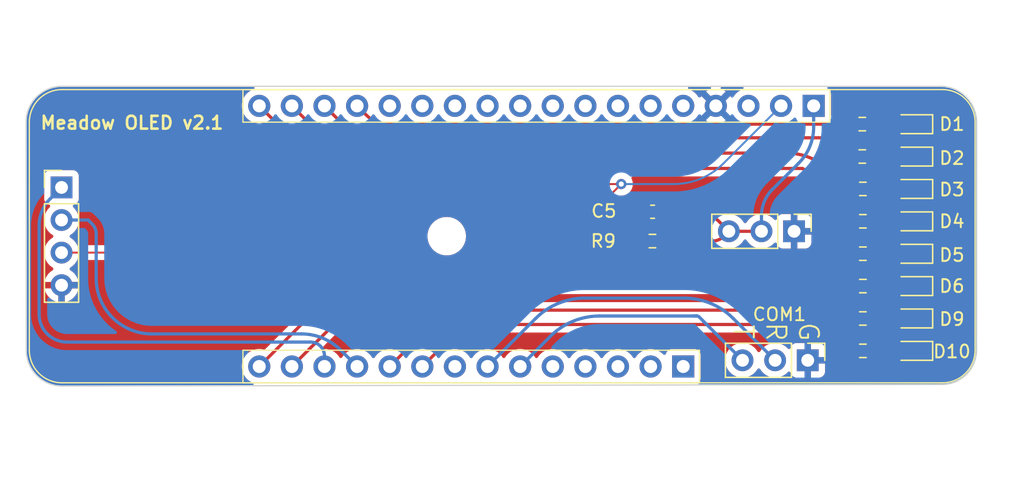
<source format=kicad_pcb>
(kicad_pcb (version 20221018) (generator pcbnew)
  (layers (0 "F.Cu" signal) (31 "B.Cu" signal) (34 "B.Paste" user) (35 "F.Paste" user) (36 "B.SilkS" user "B.Silkscreen") (37 "F.SilkS" user "F.Silkscreen") (38 "B.Mask" user) (39 "F.Mask" user) (44 "Edge.Cuts" user))
  (net 0 "")
  (net 1 "/D05")
  (net 2 "GND")
  (net 3 "/D06")
  (net 4 "/~Reset")
  (net 5 "Net-(D1-A)")
  (net 6 "Net-(D2-A)")
  (net 7 "Net-(D3-A)")
  (net 8 "Net-(D4-A)")
  (net 9 "/I2C_SDA")
  (net 10 "/I2C_SCK")
  (net 11 "/+3V3")
  (net 12 "/Rx")
  (net 13 "/Tx")
  (net 14 "/D01")
  (net 15 "/D02")
  (net 16 "/D03")
  (net 17 "/D04")
  (net 29 "/D09")
  (net 30 "/D10")
  (net 31 "/D11")
  (net 36 "Net-(D5-A)")
  (net 37 "Net-(D6-A)")
  (net 38 "Net-(D9-A)")
  (net 39 "Net-(D10-A)")
  (footprint "Connector_PinHeader_2.54mm:PinHeader_1x03_P2.54mm_Vertical" (layer "F.Cu") (at 104.775 77.47 -90)
    (fp_text reference "ResetSwitch1" hide)
    (fp_text value "SW_Push" hide)
    (fp_line (start -1.33 -1.33) (end 0 -1.33) (stroke (width 0.12)) (layer "F.SilkS"))
    (fp_line (start -1.33 0) (end -1.33 -1.33) (stroke (width 0.12)) (layer "F.SilkS"))
    (fp_line (start -1.33 1.27) (end -1.33 6.41) (stroke (width 0.12)) (layer "F.SilkS"))
    (fp_line (start -1.33 1.27) (end 1.33 1.27) (stroke (width 0.12)) (layer "F.SilkS"))
    (fp_line (start -1.33 6.41) (end 1.33 6.41) (stroke (width 0.12)) (layer "F.SilkS"))
    (fp_line (start 1.33 1.27) (end 1.33 6.41) (stroke (width 0.12)) (layer "F.SilkS"))
    (pad "1" thru_hole rect (at 0 0 270) (size 1.7 1.7) (drill 1) (layers "*.Cu" "*.Mask") (net 2 "GND"))
    (pad "2" thru_hole oval (at 0 2.54 270) (size 1.7 1.7) (drill 1) (layers "*.Cu" "*.Mask") (net 4 "/~Reset"))
    (pad "3" thru_hole oval (at 0 5.08 270) (size 1.7 1.7) (drill 1) (layers "*.Cu" "*.Mask") (net 4 "/~Reset"))
  )
  (footprint "LED_SMD:LED_0603_1608Metric_Pad1.05x0.95mm_HandSolder" (layer "F.Cu") (at 113.9076 81.743 180)
    (fp_text reference "D6" (at -3.160999 0) (layer "F.SilkS"))
    (fp_text value "LED" hide)
    (fp_line (start -1.66 -0.735) (end -1.66 0.735) (stroke (width 0.12)) (layer "F.SilkS"))
    (fp_line (start -1.66 0.735) (end 0.8 0.735) (stroke (width 0.12)) (layer "F.SilkS"))
    (fp_line (start 0.8 -0.735) (end -1.66 -0.735) (stroke (width 0.12)) (layer "F.SilkS"))
    (pad "1" smd roundrect (at -0.875 0 180) (size 1.05 0.95) (layers "F.Cu" "F.Paste" "F.Mask") (net 2 "GND"))
    (pad "2" smd roundrect (at 0.875 0 180) (size 1.05 0.95) (layers "F.Cu" "F.Paste" "F.Mask") (net 37 "Net-(D6-A)"))
  )
  (footprint "Resistor_SMD:R_0603_1608Metric_Pad0.98x0.95mm_HandSolder" (layer "F.Cu") (at 110.1325 74.16437)
    (fp_text reference "R3" hide)
    (fp_text value "R" hide)
    (fp_line (start -0.254724 -0.5225) (end 0.254724 -0.5225) (stroke (width 0.12)) (layer "F.SilkS"))
    (fp_line (start -0.254724 0.5225) (end 0.254724 0.5225) (stroke (width 0.12)) (layer "F.SilkS"))
    (pad "1" smd roundrect (at -0.9125 0) (size 0.975 0.95) (layers "F.Cu" "F.Paste" "F.Mask") (net 16 "/D03"))
    (pad "2" smd roundrect (at 0.9125 0) (size 0.975 0.95) (layers "F.Cu" "F.Paste" "F.Mask") (net 7 "Net-(D3-A)"))
  )
  (footprint "Resistor_SMD:R_0603_1608Metric_Pad0.98x0.95mm_HandSolder" (layer "F.Cu") (at 110.1325 79.21534)
    (fp_text reference "R5" hide)
    (fp_text value "R" hide)
    (fp_line (start -0.254724 -0.5225) (end 0.254724 -0.5225) (stroke (width 0.12)) (layer "F.SilkS"))
    (fp_line (start -0.254724 0.5225) (end 0.254724 0.5225) (stroke (width 0.12)) (layer "F.SilkS"))
    (pad "1" smd roundrect (at -0.9125 0) (size 0.975 0.95) (layers "F.Cu" "F.Paste" "F.Mask") (net 1 "/D05"))
    (pad "2" smd roundrect (at 0.9125 0) (size 0.975 0.95) (layers "F.Cu" "F.Paste" "F.Mask") (net 36 "Net-(D5-A)"))
  )
  (footprint "LED_SMD:LED_0603_1608Metric_Pad1.05x0.95mm_HandSolder" (layer "F.Cu") (at 113.9076 69.121 180)
    (fp_text reference "D1" (at -3.160999 0.0076) (layer "F.SilkS"))
    (fp_text value "LED" hide)
    (fp_line (start -1.66 -0.735) (end -1.66 0.735) (stroke (width 0.12)) (layer "F.SilkS"))
    (fp_line (start -1.66 0.735) (end 0.8 0.735) (stroke (width 0.12)) (layer "F.SilkS"))
    (fp_line (start 0.8 -0.735) (end -1.66 -0.735) (stroke (width 0.12)) (layer "F.SilkS"))
    (pad "1" smd roundrect (at -0.875 0 180) (size 1.05 0.95) (layers "F.Cu" "F.Paste" "F.Mask") (net 2 "GND"))
    (pad "2" smd roundrect (at 0.875 0 180) (size 1.05 0.95) (layers "F.Cu" "F.Paste" "F.Mask") (net 5 "Net-(D1-A)"))
  )
  (footprint "MCU_WildernessLabs:MeadowF7MicroFeatherOutline" (layer "F.Cu") (at 106.299 67.691 -90)
    (fp_text reference "J1" hide)
    (fp_text value "Meadow_F7_Feather" hide)
    (fp_line (start -1.27 -10.033) (end -1.27 58.547) (stroke (width 0.1016)) (layer "F.SilkS"))
    (fp_line (start -1.27 -1.27) (end -1.27 44.45) (stroke (width 0.1016)) (layer "F.SilkS"))
    (fp_line (start -1.27 44.45) (end 1.27 44.45) (stroke (width 0.1016)) (layer "F.SilkS"))
    (fp_line (start 1.27 -1.27) (end -1.27 -1.27) (stroke (width 0.1016)) (layer "F.SilkS"))
    (fp_line (start 1.27 44.45) (end 1.27 -1.27) (stroke (width 0.1016)) (layer "F.SilkS"))
    (fp_line (start 1.27 61.087) (end 19.05 61.087) (stroke (width 0.1016)) (layer "F.SilkS"))
    (fp_line (start 19.05 -12.573) (end 1.27 -12.573) (stroke (width 0.1016)) (layer "F.SilkS"))
    (fp_line (start 19.05 8.89) (end 19.05 44.45) (stroke (width 0.1016)) (layer "F.SilkS"))
    (fp_line (start 19.05 44.45) (end 21.59 44.45) (stroke (width 0.1016)) (layer "F.SilkS"))
    (fp_line (start 21.59 8.89) (end 19.05 8.89) (stroke (width 0.1016)) (layer "F.SilkS"))
    (fp_line (start 21.59 44.45) (end 21.59 8.89) (stroke (width 0.1016)) (layer "F.SilkS"))
    (fp_line (start 21.59 58.547) (end 21.59 -10.033) (stroke (width 0.1016)) (layer "F.SilkS"))
    (fp_arc (start -1.27 -10.033) (mid -0.526051 -11.829051) (end 1.27 -12.573) (stroke (width 0.1016)) (layer "F.SilkS"))
    (fp_arc (start 1.27 61.087) (mid -0.526051 60.343051) (end -1.27 58.547) (stroke (width 0.1016)) (layer "F.SilkS"))
    (fp_arc (start 19.05 -12.573) (mid 20.846051 -11.829051) (end 21.59 -10.033) (stroke (width 0.1016)) (layer "F.SilkS"))
    (fp_arc (start 21.59 58.547) (mid 20.846051 60.343051) (end 19.05 61.087) (stroke (width 0.1016)) (layer "F.SilkS"))
    (pad "1" thru_hole rect (at 0 0 270) (size 1.7272 1.7272) (drill 1.016) (layers "*.Cu" "*.Mask") (net 4 "/~Reset"))
    (pad "2" thru_hole circle (at 0 2.54 270) (size 1.7272 1.7272) (drill 1.016) (layers "*.Cu" "*.Mask") (net 11 "/+3V3"))
    (pad "3" thru_hole circle (at 0 5.08 270) (size 1.7272 1.7272) (drill 1.016) (layers "*.Cu" "*.Mask"))
    (pad "4" thru_hole circle (at 0 7.62 270) (size 1.7272 1.7272) (drill 1.016) (layers "*.Cu" "*.Mask") (net 2 "GND"))
    (pad "5" thru_hole circle (at 0 10.16 270) (size 1.7272 1.7272) (drill 1.016) (layers "*.Cu" "*.Mask"))
    (pad "6" thru_hole circle (at 0 12.7 270) (size 1.7272 1.7272) (drill 1.016) (layers "*.Cu" "*.Mask"))
    (pad "7" thru_hole circle (at 0 15.24) (size 1.7272 1.7272) (drill 1.016) (layers "*.Cu" "*.Mask"))
    (pad "8" thru_hole circle (at 0 17.78) (size 1.7272 1.7272) (drill 1.016) (layers "*.Cu" "*.Mask"))
    (pad "9" thru_hole circle (at 0 20.32 270) (size 1.7272 1.7272) (drill 1.016) (layers "*.Cu" "*.Mask"))
    (pad "10" thru_hole circle (at 0 22.86 270) (size 1.7272 1.7272) (drill 1.016) (layers "*.Cu" "*.Mask"))
    (pad "11" thru_hole circle (at 0 25.4 270) (size 1.7272 1.7272) (drill 1.016) (layers "*.Cu" "*.Mask"))
    (pad "12" thru_hole circle (at 0 27.94 270) (size 1.7272 1.7272) (drill 1.016) (layers "*.Cu" "*.Mask"))
    (pad "13" thru_hole circle (at 0 30.48 270) (size 1.7272 1.7272) (drill 1.016) (layers "*.Cu" "*.Mask"))
    (pad "14" thru_hole circle (at 0 33.02 270) (size 1.7272 1.7272) (drill 1.016) (layers "*.Cu" "*.Mask"))
    (pad "15" thru_hole circle (at 0 35.56 270) (size 1.7272 1.7272) (drill 1.016) (layers "*.Cu" "*.Mask") (net 14 "/D01"))
    (pad "16" thru_hole circle (at 0 38.1 270) (size 1.7272 1.7272) (drill 1.016) (layers "*.Cu" "*.Mask") (net 15 "/D02"))
    (pad "17" thru_hole circle (at 0 40.64 270) (size 1.7272 1.7272) (drill 1.016) (layers "*.Cu" "*.Mask") (net 16 "/D03"))
    (pad "18" thru_hole circle (at 0 43.18 270) (size 1.7272 1.7272) (drill 1.016) (layers "*.Cu" "*.Mask") (net 17 "/D04"))
    (pad "19" thru_hole circle (at 20.32 43.18 270) (size 1.7272 1.7272) (drill 1.016) (layers "*.Cu" "*.Mask") (net 1 "/D05"))
    (pad "20" thru_hole circle (at 20.32 40.64 270) (size 1.7272 1.7272) (drill 1.016) (layers "*.Cu" "*.Mask") (net 3 "/D06"))
    (pad "21" thru_hole circle (at 20.32 38.1 270) (size 1.7272 1.7272) (drill 1.016) (layers "*.Cu" "*.Mask") (net 9 "/I2C_SDA"))
    (pad "22" thru_hole circle (at 20.32 35.56 270) (size 1.7272 1.7272) (drill 1.016) (layers "*.Cu" "*.Mask") (net 10 "/I2C_SCK"))
    (pad "23" thru_hole circle (at 20.32 33.02 270) (size 1.7272 1.7272) (drill 1.016) (layers "*.Cu" "*.Mask") (net 29 "/D09"))
    (pad "24" thru_hole circle (at 20.32 30.48 270) (size 1.7272 1.7272) (drill 1.016) (layers "*.Cu" "*.Mask") (net 30 "/D10"))
    (pad "25" thru_hole circle (at 20.32 27.94) (size 1.7272 1.7272) (drill 1.016) (layers "*.Cu" "*.Mask") (net 31 "/D11"))
    (pad "26" thru_hole circle (at 20.32 25.4) (size 1.7272 1.7272) (drill 1.016) (layers "*.Cu" "*.Mask") (net 13 "/Tx"))
    (pad "27" thru_hole circle (at 20.32 22.86 270) (size 1.7272 1.7272) (drill 1.016) (layers "*.Cu" "*.Mask") (net 12 "/Rx"))
    (pad "28" thru_hole circle (at 20.32 20.32 270) (size 1.7272 1.7272) (drill 1.016) (layers "*.Cu" "*.Mask"))
    (pad "29" thru_hole circle (at 20.32 17.78 270) (size 1.7272 1.7272) (drill 1.016) (layers "*.Cu" "*.Mask"))
    (pad "30" thru_hole circle (at 20.32 15.24 270) (size 1.7272 1.7272) (drill 1.016) (layers "*.Cu" "*.Mask"))
    (pad "31" thru_hole circle (at 20.32 12.7 270) (size 1.7272 1.7272) (drill 1.016) (layers "*.Cu" "*.Mask"))
    (pad "32" thru_hole rect (at 20.32 10.16 270) (size 1.7272 1.7272) (drill 1.016) (layers "*.Cu" "*.Mask"))
  )
  (footprint "Resistor_SMD:R_0603_1608Metric_Pad0.98x0.95mm_HandSolder" (layer "F.Cu") (at 110.0855 71.638885)
    (fp_text reference "R2" hide)
    (fp_text value "R" hide)
    (fp_line (start -0.254724 -0.5225) (end 0.254724 -0.5225) (stroke (width 0.12)) (layer "F.SilkS"))
    (fp_line (start -0.254724 0.5225) (end 0.254724 0.5225) (stroke (width 0.12)) (layer "F.SilkS"))
    (pad "1" smd roundrect (at -0.9125 0) (size 0.975 0.95) (layers "F.Cu" "F.Paste" "F.Mask") (net 15 "/D02"))
    (pad "2" smd roundrect (at 0.9125 0) (size 0.975 0.95) (layers "F.Cu" "F.Paste" "F.Mask") (net 6 "Net-(D2-A)"))
  )
  (footprint "Resistor_SMD:R_0603_1608Metric_Pad0.98x0.95mm_HandSolder" (layer "F.Cu") (at 110.0855 69.1134)
    (fp_text reference "R1" hide)
    (fp_text value "R" hide)
    (fp_line (start -0.254724 -0.5225) (end 0.254724 -0.5225) (stroke (width 0.12)) (layer "F.SilkS"))
    (fp_line (start -0.254724 0.5225) (end 0.254724 0.5225) (stroke (width 0.12)) (layer "F.SilkS"))
    (pad "1" smd roundrect (at -0.9125 0) (size 0.975 0.95) (layers "F.Cu" "F.Paste" "F.Mask") (net 14 "/D01"))
    (pad "2" smd roundrect (at 0.9125 0) (size 0.975 0.95) (layers "F.Cu" "F.Paste" "F.Mask") (net 5 "Net-(D1-A)"))
  )
  (footprint "Connector_PinHeader_2.54mm:PinHeader_1x04_P2.54mm_Vertical" (layer "F.Cu") (at 47.719 74.051)
    (fp_text reference "J2" hide)
    (fp_text value "Conn_01x04" hide)
    (fp_line (start -1.33 -1.33) (end 0 -1.33) (stroke (width 0.12)) (layer "F.SilkS"))
    (fp_line (start -1.33 0) (end -1.33 -1.33) (stroke (width 0.12)) (layer "F.SilkS"))
    (fp_line (start -1.33 1.27) (end -1.33 8.95) (stroke (width 0.12)) (layer "F.SilkS"))
    (fp_line (start -1.33 1.27) (end 1.33 1.27) (stroke (width 0.12)) (layer "F.SilkS"))
    (fp_line (start -1.33 8.95) (end 1.33 8.95) (stroke (width 0.12)) (layer "F.SilkS"))
    (fp_line (start 1.33 1.27) (end 1.33 8.95) (stroke (width 0.12)) (layer "F.SilkS"))
    (pad "1" thru_hole rect (at 0 0) (size 1.7 1.7) (drill 1) (layers "*.Cu" "*.Mask") (net 9 "/I2C_SDA"))
    (pad "2" thru_hole oval (at 0 2.54) (size 1.7 1.7) (drill 1) (layers "*.Cu" "*.Mask") (net 10 "/I2C_SCK"))
    (pad "3" thru_hole oval (at 0 5.08) (size 1.7 1.7) (drill 1) (layers "*.Cu" "*.Mask") (net 11 "/+3V3"))
    (pad "4" thru_hole oval (at 0 7.62) (size 1.7 1.7) (drill 1) (layers "*.Cu" "*.Mask") (net 2 "GND"))
  )
  (footprint "Resistor_SMD:R_0603_1608Metric_Pad0.98x0.95mm_HandSolder" (layer "F.Cu") (at 110.1325 76.689855)
    (fp_text reference "R4" hide)
    (fp_text value "R" hide)
    (fp_line (start -0.254724 -0.5225) (end 0.254724 -0.5225) (stroke (width 0.12)) (layer "F.SilkS"))
    (fp_line (start -0.254724 0.5225) (end 0.254724 0.5225) (stroke (width 0.12)) (layer "F.SilkS"))
    (pad "1" smd roundrect (at -0.9125 0) (size 0.975 0.95) (layers "F.Cu" "F.Paste" "F.Mask") (net 17 "/D04"))
    (pad "2" smd roundrect (at 0.9125 0) (size 0.975 0.95) (layers "F.Cu" "F.Paste" "F.Mask") (net 8 "Net-(D4-A)"))
  )
  (footprint "Resistor_SMD:R_0603_1608Metric_Pad0.98x0.95mm_HandSolder" (layer "F.Cu") (at 110.1325 81.740825)
    (fp_text reference "R7" hide)
    (fp_text value "R" hide)
    (fp_line (start -0.254724 -0.5225) (end 0.254724 -0.5225) (stroke (width 0.12)) (layer "F.SilkS"))
    (fp_line (start -0.254724 0.5225) (end 0.254724 0.5225) (stroke (width 0.12)) (layer "F.SilkS"))
    (pad "1" smd roundrect (at -0.9125 0) (size 0.975 0.95) (layers "F.Cu" "F.Paste" "F.Mask") (net 3 "/D06"))
    (pad "2" smd roundrect (at 0.9125 0) (size 0.975 0.95) (layers "F.Cu" "F.Paste" "F.Mask") (net 37 "Net-(D6-A)"))
  )
  (footprint "MountingHole:MountingHole_2.5mm" (layer "F.Cu") (at 77.719 77.851 -90)
    (fp_text reference "H5" hide)
    (fp_text value "MountingHole" hide)
    (pad "" np_thru_hole circle (at 0 0 270) (size 2.5 2.5) (drill 2.5) (layers "*.Cu" "*.Mask"))
  )
  (footprint "Resistor_SMD:R_0603_1608Metric_Pad0.98x0.95mm_HandSolder" (layer "F.Cu") (at 110.1325 86.7918)
    (fp_text reference "R10" hide)
    (fp_text value "R" hide)
    (fp_line (start -0.254724 -0.5225) (end 0.254724 -0.5225) (stroke (width 0.12)) (layer "F.SilkS"))
    (fp_line (start -0.254724 0.5225) (end 0.254724 0.5225) (stroke (width 0.12)) (layer "F.SilkS"))
    (pad "1" smd roundrect (at -0.9125 0) (size 0.975 0.95) (layers "F.Cu" "F.Paste" "F.Mask") (net 30 "/D10"))
    (pad "2" smd roundrect (at 0.9125 0) (size 0.975 0.95) (layers "F.Cu" "F.Paste" "F.Mask") (net 39 "Net-(D10-A)"))
  )
  (footprint "LED_SMD:LED_0603_1608Metric_Pad1.05x0.95mm_HandSolder" (layer "F.Cu") (at 113.9076 76.6942 180)
    (fp_text reference "D4" (at -3.160999 0) (layer "F.SilkS"))
    (fp_text value "LED" hide)
    (fp_line (start -1.66 -0.735) (end -1.66 0.735) (stroke (width 0.12)) (layer "F.SilkS"))
    (fp_line (start -1.66 0.735) (end 0.8 0.735) (stroke (width 0.12)) (layer "F.SilkS"))
    (fp_line (start 0.8 -0.735) (end -1.66 -0.735) (stroke (width 0.12)) (layer "F.SilkS"))
    (pad "1" smd roundrect (at -0.875 0 180) (size 1.05 0.95) (layers "F.Cu" "F.Paste" "F.Mask") (net 2 "GND"))
    (pad "2" smd roundrect (at 0.875 0 180) (size 1.05 0.95) (layers "F.Cu" "F.Paste" "F.Mask") (net 8 "Net-(D4-A)"))
  )
  (footprint "Capacitor_SMD:C_0603_1608Metric_Pad1.08x0.95mm_HandSolder" (layer "F.Cu") (at 93.7525 75.946 180)
    (fp_text reference "C5" (at 3.794 0.0508) (layer "F.SilkS"))
    (fp_text value "C" hide)
    (fp_line (start -0.146267 -0.51) (end 0.146267 -0.51) (stroke (width 0.12)) (layer "F.SilkS"))
    (fp_line (start -0.146267 0.51) (end 0.146267 0.51) (stroke (width 0.12)) (layer "F.SilkS"))
    (pad "1" smd roundrect (at -0.8625 0 180) (size 1.075 0.95) (layers "F.Cu" "F.Paste" "F.Mask") (net 4 "/~Reset"))
    (pad "2" smd roundrect (at 0.8625 0 180) (size 1.075 0.95) (layers "F.Cu" "F.Paste" "F.Mask") (net 2 "GND"))
  )
  (footprint "LED_SMD:LED_0603_1608Metric_Pad1.05x0.95mm_HandSolder" (layer "F.Cu") (at 113.9076 74.1698 180)
    (fp_text reference "D3" (at -3.160999 -0.0508) (layer "F.SilkS"))
    (fp_text value "LED" hide)
    (fp_line (start -1.66 -0.735) (end -1.66 0.735) (stroke (width 0.12)) (layer "F.SilkS"))
    (fp_line (start -1.66 0.735) (end 0.8 0.735) (stroke (width 0.12)) (layer "F.SilkS"))
    (fp_line (start 0.8 -0.735) (end -1.66 -0.735) (stroke (width 0.12)) (layer "F.SilkS"))
    (pad "1" smd roundrect (at -0.875 0 180) (size 1.05 0.95) (layers "F.Cu" "F.Paste" "F.Mask") (net 2 "GND"))
    (pad "2" smd roundrect (at 0.875 0 180) (size 1.05 0.95) (layers "F.Cu" "F.Paste" "F.Mask") (net 7 "Net-(D3-A)"))
  )
  (footprint "Resistor_SMD:R_0603_1608Metric_Pad0.98x0.95mm_HandSolder" (layer "F.Cu") (at 93.742 78.232)
    (fp_text reference "R9" (at -3.826 0) (layer "F.SilkS"))
    (fp_text value "R")
    (fp_line (start -0.254724 -0.5225) (end 0.254724 -0.5225) (stroke (width 0.12)) (layer "F.SilkS"))
    (fp_line (start -0.254724 0.5225) (end 0.254724 0.5225) (stroke (width 0.12)) (layer "F.SilkS"))
    (pad "1" smd roundrect (at -0.9125 0) (size 0.975 0.95) (layers "F.Cu" "F.Paste" "F.Mask") (net 11 "/+3V3"))
    (pad "2" smd roundrect (at 0.9125 0) (size 0.975 0.95) (layers "F.Cu" "F.Paste" "F.Mask") (net 4 "/~Reset"))
  )
  (footprint "LED_SMD:LED_0603_1608Metric_Pad1.05x0.95mm_HandSolder" (layer "F.Cu") (at 113.9076 86.7918 180)
    (fp_text reference "D10" (at -3.161 -0.0508) (layer "F.SilkS"))
    (fp_text value "LED" hide)
    (fp_line (start -1.66 -0.735) (end -1.66 0.735) (stroke (width 0.12)) (layer "F.SilkS"))
    (fp_line (start -1.66 0.735) (end 0.8 0.735) (stroke (width 0.12)) (layer "F.SilkS"))
    (fp_line (start 0.8 -0.735) (end -1.66 -0.735) (stroke (width 0.12)) (layer "F.SilkS"))
    (pad "1" smd roundrect (at -0.875 0 180) (size 1.05 0.95) (layers "F.Cu" "F.Paste" "F.Mask") (net 2 "GND"))
    (pad "2" smd roundrect (at 0.875 0 180) (size 1.05 0.95) (layers "F.Cu" "F.Paste" "F.Mask") (net 39 "Net-(D10-A)"))
  )
  (footprint "Connector_PinHeader_2.54mm:PinHeader_1x03_P2.54mm_Vertical" (layer "F.Cu") (at 105.83825 87.5284 -90)
    (fp_text reference "COM1" (at -3.5814 2.20625 -180) (layer "F.SilkS"))
    (fp_text value "Conn_01x03" hide)
    (fp_line (start -1.33 -1.33) (end 0 -1.33) (stroke (width 0.12)) (layer "F.SilkS"))
    (fp_line (start -1.33 0) (end -1.33 -1.33) (stroke (width 0.12)) (layer "F.SilkS"))
    (fp_line (start -1.33 1.27) (end -1.33 6.41) (stroke (width 0.12)) (layer "F.SilkS"))
    (fp_line (start -1.33 1.27) (end 1.33 1.27) (stroke (width 0.12)) (layer "F.SilkS"))
    (fp_line (start -1.33 6.41) (end 1.33 6.41) (stroke (width 0.12)) (layer "F.SilkS"))
    (fp_line (start 1.33 1.27) (end 1.33 6.41) (stroke (width 0.12)) (layer "F.SilkS"))
    (pad "1" thru_hole rect (at 0 0 270) (size 1.7 1.7) (drill 1) (layers "*.Cu" "*.Mask") (net 2 "GND"))
    (pad "2" thru_hole oval (at 0 2.54 270) (size 1.7 1.7) (drill 1) (layers "*.Cu" "*.Mask") (net 13 "/Tx"))
    (pad "3" thru_hole oval (at 0 5.08 270) (size 1.7 1.7) (drill 1) (layers "*.Cu" "*.Mask") (net 12 "/Rx"))
  )
  (footprint "Resistor_SMD:R_0603_1608Metric_Pad0.98x0.95mm_HandSolder" (layer "F.Cu") (at 110.1325 84.26631)
    (fp_text reference "R8" hide)
    (fp_text value "R" hide)
    (fp_line (start -0.254724 -0.5225) (end 0.254724 -0.5225) (stroke (width 0.12)) (layer "F.SilkS"))
    (fp_line (start -0.254724 0.5225) (end 0.254724 0.5225) (stroke (width 0.12)) (layer "F.SilkS"))
    (pad "1" smd roundrect (at -0.9125 0) (size 0.975 0.95) (layers "F.Cu" "F.Paste" "F.Mask") (net 29 "/D09"))
    (pad "2" smd roundrect (at 0.9125 0) (size 0.975 0.95) (layers "F.Cu" "F.Paste" "F.Mask") (net 38 "Net-(D9-A)"))
  )
  (footprint "LED_SMD:LED_0603_1608Metric_Pad1.05x0.95mm_HandSolder" (layer "F.Cu") (at 113.9076 84.2674 180)
    (fp_text reference "D9" (at -3.160999 -0.0508) (layer "F.SilkS"))
    (fp_text value "LED" hide)
    (fp_line (start -1.66 -0.735) (end -1.66 0.735) (stroke (width 0.12)) (layer "F.SilkS"))
    (fp_line (start -1.66 0.735) (end 0.8 0.735) (stroke (width 0.12)) (layer "F.SilkS"))
    (fp_line (start 0.8 -0.735) (end -1.66 -0.735) (stroke (width 0.12)) (layer "F.SilkS"))
    (pad "1" smd roundrect (at -0.875 0 180) (size 1.05 0.95) (layers "F.Cu" "F.Paste" "F.Mask") (net 2 "GND"))
    (pad "2" smd roundrect (at 0.875 0 180) (size 1.05 0.95) (layers "F.Cu" "F.Paste" "F.Mask") (net 38 "Net-(D9-A)"))
  )
  (footprint "LED_SMD:LED_0603_1608Metric_Pad1.05x0.95mm_HandSolder" (layer "F.Cu") (at 113.9076 71.6454 180)
    (fp_text reference "D2" (at -3.160999 -0.1194) (layer "F.SilkS"))
    (fp_text value "LED" hide)
    (fp_line (start -1.66 -0.735) (end -1.66 0.735) (stroke (width 0.12)) (layer "F.SilkS"))
    (fp_line (start -1.66 0.735) (end 0.8 0.735) (stroke (width 0.12)) (layer "F.SilkS"))
    (fp_line (start 0.8 -0.735) (end -1.66 -0.735) (stroke (width 0.12)) (layer "F.SilkS"))
    (pad "1" smd roundrect (at -0.875 0 180) (size 1.05 0.95) (layers "F.Cu" "F.Paste" "F.Mask") (net 2 "GND"))
    (pad "2" smd roundrect (at 0.875 0 180) (size 1.05 0.95) (layers "F.Cu" "F.Paste" "F.Mask") (net 6 "Net-(D2-A)"))
  )
  (footprint "LED_SMD:LED_0603_1608Metric_Pad1.05x0.95mm_HandSolder" (layer "F.Cu") (at 113.9076 79.2226 180)
    (fp_text reference "D5" (at -3.160999 -0.1016) (layer "F.SilkS"))
    (fp_text value "LED" hide)
    (fp_line (start -1.66 -0.735) (end -1.66 0.735) (stroke (width 0.12)) (layer "F.SilkS"))
    (fp_line (start -1.66 0.735) (end 0.8 0.735) (stroke (width 0.12)) (layer "F.SilkS"))
    (fp_line (start 0.8 -0.735) (end -1.66 -0.735) (stroke (width 0.12)) (layer "F.SilkS"))
    (pad "1" smd roundrect (at -0.875 0 180) (size 1.05 0.95) (layers "F.Cu" "F.Paste" "F.Mask") (net 2 "GND"))
    (pad "2" smd roundrect (at 0.875 0 180) (size 1.05 0.95) (layers "F.Cu" "F.Paste" "F.Mask") (net 36 "Net-(D5-A)"))
  )
  (gr_arc (start 44.955116 68.961) (mid 45.774304 66.983304) (end 47.752 66.164116) (stroke (width 0.1)) (layer "Edge.Cuts"))
  (gr_line (start 118.99779 68.979051) (end 118.985896 86.741) (stroke (width 0.1)) (layer "Edge.Cuts"))
  (gr_line (start 116.186949 66.16821) (end 47.752 66.164116) (stroke (width 0.1)) (layer "Edge.Cuts"))
  (gr_arc (start 118.985896 86.741) (mid 118.203305 88.630368) (end 116.313951 89.412996) (stroke (width 0.1)) (layer "Edge.Cuts"))
  (gr_line (start 47.770051 89.539522) (end 116.313951 89.412996) (stroke (width 0.1)) (layer "Edge.Cuts"))
  (gr_arc (start 47.770051 89.539522) (mid 45.791196 88.719854) (end 44.971528 86.741) (stroke (width 0.1)) (layer "Edge.Cuts"))
  (gr_arc (start 116.186949 66.16821) (mid 118.174514 66.991486) (end 118.99779 68.979051) (stroke (width 0.1)) (layer "Edge.Cuts"))
  (gr_line (start 44.955116 68.961) (end 44.971528 86.741) (stroke (width 0.1)) (layer "Edge.Cuts"))
  (gr_text "G" (at 105.029 84.455 270) (layer "F.SilkS") (effects (font (size 1.5 1.5)) (justify left bottom)))
  (gr_text "T" (at 99.949 84.633572 270) (layer "F.SilkS") (effects (font (size 1.5 1.5)) (justify left bottom)))
  (gr_text "Meadow OLED v2.1" (at 45.974 69.596) (layer "F.SilkS") (effects (font (size 1 1) (thickness 0.2) bold) (justify left bottom)))
  (gr_text "R" (at 102.489 84.455 270) (layer "F.SilkS") (effects (font (size 1.5 1.5)) (justify left bottom)))
  (segment (start 68.789607 82.340392) (end 63.119 88.011) (width 0.25) (layer "F.Cu") (net 1))
  (segment (start 106.605975 80.7466) (end 72.637363 80.7466) (width 0.25) (layer "F.Cu") (net 1))
  (segment (start 108.45437 79.98097) (end 109.22 79.21534) (width 0.25) (layer "F.Cu") (net 1))
  (arc (start 68.789607 82.340392) (mid 70.554972 81.160813) (end 72.637363 80.7466) (width 0.25) (layer "F.Cu") (net 1))
  (arc (start 108.45437 79.98097) (mid 107.606319 80.547619) (end 106.605975 80.7466) (width 0.25) (layer "F.Cu") (net 1))
  (segment (start 74.16801 81.740835) (end 74.168 81.740846) (width 0.25) (layer "F.Cu") (net 3))
  (segment (start 70.335382 83.334617) (end 65.659 88.011) (width 0.25) (layer "F.Cu") (net 3))
  (segment (start 74.168035 81.740825) (end 109.22 81.740825) (width 0.25) (layer "F.Cu") (net 3))
  (arc (start 74.168035 81.740825) (mid 74.168021 81.740827) (end 74.16801 81.740835) (width 0.25) (layer "F.Cu") (net 3))
  (arc (start 70.335382 83.334617) (mid 72.100747 82.155038) (end 74.183138 81.740825) (width 0.25) (layer "F.Cu") (net 3))
  (segment (start 97.093369 75.946) (end 94.615 75.946) (width 0.25) (layer "F.Cu") (net 4))
  (segment (start 99.314 77.089) (end 98.933 76.708) (width 0.25) (layer "F.Cu") (net 4))
  (segment (start 100.233815 77.47) (end 102.235 77.47) (width 0.25) (layer "F.Cu") (net 4))
  (segment (start 98.394184 78.232) (end 94.742 78.232) (width 0.25) (layer "F.Cu") (net 4))
  (arc (start 99.314 77.851) (mid 98.891984 78.132981) (end 98.394184 78.232) (width 0.25) (layer "F.Cu") (net 4))
  (arc (start 97.093369 75.946) (mid 98.08897 76.144037) (end 98.933 76.708) (width 0.25) (layer "F.Cu") (net 4))
  (arc (start 99.314 77.089) (mid 99.736014 77.370981) (end 100.233815 77.47) (width 0.25) (layer "F.Cu") (net 4))
  (arc (start 99.314 77.089) (mid 99.471815 77.47) (end 99.314 77.851) (width 0.25) (layer "F.Cu") (net 4))
  (arc (start 99.314 77.851) (mid 99.736014 77.569018) (end 100.233815 77.47) (width 0.25) (layer "F.Cu") (net 4))
  (segment (start 102.235 76.2635) (end 102.235 77.47) (width 0.25) (layer "B.Cu") (net 4))
  (segment (start 105.131566 72.160433) (end 103.088124 74.203875) (width 0.25) (layer "B.Cu") (net 4))
  (segment (start 106.299 69.342) (end 106.299 67.691) (width 0.25) (layer "B.Cu") (net 4))
  (arc (start 105.131566 72.160433) (mid 105.995593 70.867325) (end 106.299 69.342) (width 0.25) (layer "B.Cu") (net 4))
  (arc (start 102.235 76.2635) (mid 102.456719 75.148839) (end 103.088124 74.203875) (width 0.25) (layer "B.Cu") (net 4))
  (segment (start 110.9006 69.1172) (end 110.8968 69.1134) (width 0.25) (layer "F.Cu") (net 5))
  (segment (start 110.909774 69.121) (end 113.0326 69.121) (width 0.25) (layer "F.Cu") (net 5))
  (arc (start 110.9006 69.1172) (mid 110.904809 69.120012) (end 110.909774 69.121) (width 0.25) (layer "F.Cu") (net 5))
  (segment (start 110.907921 71.6454) (end 113.0326 71.6454) (width 0.25) (layer "F.Cu") (net 6))
  (segment (start 110.900057 71.642142) (end 110.8968 71.638885) (width 0.25) (layer "F.Cu") (net 6))
  (arc (start 110.907921 71.6454) (mid 110.903665 71.644553) (end 110.900057 71.642142) (width 0.25) (layer "F.Cu") (net 6))
  (segment (start 110.906069 74.1698) (end 113.0326 74.1698) (width 0.25) (layer "F.Cu") (net 7))
  (segment (start 110.899515 74.167085) (end 110.8968 74.16437) (width 0.25) (layer "F.Cu") (net 7))
  (arc (start 110.906069 74.1698) (mid 110.902522 74.169094) (end 110.899515 74.167085) (width 0.25) (layer "F.Cu") (net 7))
  (segment (start 110.898972 76.692027) (end 110.8968 76.689855) (width 0.25) (layer "F.Cu") (net 8))
  (segment (start 110.904217 76.6942) (end 113.0326 76.6942) (width 0.25) (layer "F.Cu") (net 8))
  (arc (start 110.898972 76.692027) (mid 110.901378 76.693635) (end 110.904217 76.6942) (width 0.25) (layer "F.Cu") (net 8))
  (segment (start 67.114987 86.106) (end 48.142025 86.106) (width 0.25) (layer "B.Cu") (net 9))
  (segment (start 46.8465 74.9235) (end 47.719 74.051) (width 0.25) (layer "B.Cu") (net 9))
  (segment (start 45.974 77.029901) (end 45.974 83.937974) (width 0.25) (layer "B.Cu") (net 9))
  (segment (start 68.199 87.190012) (end 68.199 88.011) (width 0.25) (layer "B.Cu") (net 9))
  (arc (start 46.609 85.471) (mid 47.312357 85.940968) (end 48.142025 86.106) (width 0.25) (layer "B.Cu") (net 9))
  (arc (start 45.974 83.937974) (mid 46.139031 84.767641) (end 46.609 85.471) (width 0.25) (layer "B.Cu") (net 9))
  (arc (start 45.974 77.029901) (mid 46.200755 75.889925) (end 46.8465 74.9235) (width 0.25) (layer "B.Cu") (net 9))
  (arc (start 68.199 87.190012) (mid 68.116484 86.775178) (end 67.8815 86.4235) (width 0.25) (layer "B.Cu") (net 9))
  (arc (start 67.8815 86.4235) (mid 67.52982 86.188515) (end 67.114987 86.106) (width 0.25) (layer "B.Cu") (net 9))
  (segment (start 49.766928 76.591) (end 47.719 76.591) (width 0.25) (layer "B.Cu") (net 10))
  (segment (start 50.419 77.665012) (end 50.419 81.134948) (width 0.25) (layer "B.Cu") (net 10))
  (segment (start 66.402948 85.471) (end 54.755051 85.471) (width 0.25) (layer "B.Cu") (net 10))
  (segment (start 69.469 86.741) (end 70.739 88.011) (width 0.25) (layer "B.Cu") (net 10))
  (segment (start 50.1015 76.8985) (end 49.789 76.586) (width 0.25) (layer "B.Cu") (net 10))
  (arc (start 49.779 76.586) (mid 49.773461 76.5897) (end 49.766928 76.591) (width 0.25) (layer "B.Cu") (net 10))
  (arc (start 49.779 76.586) (mid 49.784 76.583928) (end 49.789 76.586) (width 0.25) (layer "B.Cu") (net 10))
  (arc (start 51.689 84.201) (mid 50.749062 82.794283) (end 50.419 81.134948) (width 0.25) (layer "B.Cu") (net 10))
  (arc (start 51.689 84.201) (mid 53.095716 85.140937) (end 54.755051 85.471) (width 0.25) (layer "B.Cu") (net 10))
  (arc (start 66.402948 85.471) (mid 68.062283 85.801062) (end 69.469 86.741) (width 0.25) (layer "B.Cu") (net 10))
  (arc (start 50.419 77.665012) (mid 50.336484 77.250178) (end 50.1015 76.8985) (width 0.25) (layer "B.Cu") (net 10))
  (segment (start 90.678 74.422) (end 91.313 73.787) (width 0.15) (layer "F.Cu") (net 11))
  (segment (start 90.043 76.497579) (end 90.043 75.955025) (width 0.15) (layer "F.Cu") (net 11))
  (segment (start 91.77742 78.232) (end 92.742 78.232) (width 0.15) (layer "F.Cu") (net 11))
  (segment (start 58.352792 77.537207) (end 60.509206 75.380792) (width 0.15) (layer "F.Cu") (net 11))
  (segment (start 54.505036 79.131) (end 47.719 79.131) (width 0.15) (layer "F.Cu") (net 11))
  (segment (start 91.313 73.787) (end 64.356963 73.787) (width 0.15) (layer "F.Cu") (net 11))
  (via (at 91.313 73.787) (size 0.8) (drill 0.4) (layers "F.Cu" "B.Cu") (net 11))
  (arc (start 91.77742 78.232) (mid 91.113686 78.099975) (end 90.551 77.724) (width 0.15) (layer "F.Cu") (net 11))
  (arc (start 90.678 74.422) (mid 90.208031 75.125357) (end 90.043 75.955025) (width 0.15) (layer "F.Cu") (net 11))
  (arc (start 58.352792 77.537207) (mid 56.587426 78.716786) (end 54.505036 79.131) (width 0.15) (layer "F.Cu") (net 11))
  (arc (start 60.509206 75.380792) (mid 62.274572 74.201213) (end 64.356963 73.787) (width 0.15) (layer "F.Cu") (net 11))
  (arc (start 90.043 76.497579) (mid 90.175024 77.161313) (end 90.551 77.724) (width 0.15) (layer "F.Cu") (net 11))
  (segment (start 95.409036 73.787) (end 91.313 73.787) (width 0.15) (layer "B.Cu") (net 11))
  (segment (start 99.256792 72.193207) (end 103.759 67.691) (width 0.15) (layer "B.Cu") (net 11))
  (arc (start 95.409036 73.787) (mid 97.491426 73.372786) (end 99.256792 72.193207) (width 0.15) (layer "B.Cu") (net 11))
  (segment (start 97.099181 84.074) (end 97.061969 84.074) (width 0.25) (layer "B.Cu") (net 12))
  (segment (start 97.136393 84.074) (end 97.173605 84.074) (width 0.25) (layer "B.Cu") (net 12))
  (segment (start 85.782207 85.667792) (end 83.439 88.011) (width 0.25) (layer "B.Cu") (net 12))
  (segment (start 97.210818 84.074) (end 97.229425 84.074) (width 0.25) (layer "B.Cu") (net 12))
  (segment (start 97.136393 84.074) (end 97.099181 84.074) (width 0.25) (layer "B.Cu") (net 12))
  (segment (start 97.210818 84.074) (end 97.173605 84.074) (width 0.25) (layer "B.Cu") (net 12))
  (segment (start 97.00615 84.074) (end 97.061969 84.074) (width 0.25) (layer "B.Cu") (net 12))
  (segment (start 97.356476 84.126626) (end 100.75825 87.5284) (width 0.25) (layer "B.Cu") (net 12))
  (segment (start 97.00615 84.074) (end 96.8573 84.074) (width 0.25) (layer "B.Cu") (net 12))
  (segment (start 89.629963 84.074) (end 96.8573 84.074) (width 0.25) (layer "B.Cu") (net 12))
  (arc (start 89.629963 84.074) (mid 87.547572 84.488213) (end 85.782207 85.667792) (width 0.25) (layer "B.Cu") (net 12))
  (arc (start 97.356476 84.126626) (mid 97.298184 84.087677) (end 97.229425 84.074) (width 0.25) (layer "B.Cu") (net 12))
  (segment (start 100.040642 84.270792) (end 103.29825 87.5284) (width 0.25) (layer "B.Cu") (net 13))
  (segment (start 84.639207 84.270792) (end 80.899 88.011) (width 0.25) (layer "B.Cu") (net 13))
  (segment (start 96.192886 82.677) (end 88.486963 82.677) (width 0.25) (layer "B.Cu") (net 13))
  (arc (start 84.639207 84.270792) (mid 86.404572 83.091213) (end 88.486963 82.677) (width 0.25) (layer "B.Cu") (net 13))
  (arc (start 96.192886 82.677) (mid 98.275276 83.091213) (end 100.040642 84.270792) (width 0.25) (layer "B.Cu") (net 13))
  (segment (start 73.167188 69.1134) (end 109.173 69.1134) (width 0.25) (layer "F.Cu") (net 14))
  (segment (start 71.4502 68.4022) (end 70.739 67.691) (width 0.25) (layer "F.Cu") (net 14))
  (arc (start 73.167188 69.1134) (mid 72.23796 68.928565) (end 71.4502 68.4022) (width 0.25) (layer "F.Cu") (net 14))
  (segment (start 69.4436 68.9356) (end 68.199 67.691) (width 0.25) (layer "F.Cu") (net 15))
  (segment (start 108.443657 70.909542) (end 109.173 71.638885) (width 0.25) (layer "F.Cu") (net 15))
  (segment (start 72.44833 70.1802) (end 106.682868 70.1802) (width 0.25) (layer "F.Cu") (net 15))
  (arc (start 108.443657 70.909542) (mid 107.6358 70.369749) (end 106.682868 70.1802) (width 0.25) (layer "F.Cu") (net 15))
  (arc (start 69.4436 68.9356) (mid 70.822181 69.856738) (end 72.44833 70.1802) (width 0.25) (layer "F.Cu") (net 15))
  (segment (start 67.748207 69.780207) (end 65.659 67.691) (width 0.25) (layer "F.Cu") (net 16))
  (segment (start 71.595963 71.374) (end 104.19891 71.374) (width 0.25) (layer "F.Cu") (net 16))
  (segment (start 107.567185 72.769185) (end 108.871284 74.073284) (width 0.25) (layer "F.Cu") (net 16))
  (segment (start 109.091185 74.16437) (end 109.22 74.16437) (width 0.25) (layer "F.Cu") (net 16))
  (arc (start 108.871284 74.073284) (mid 108.972175 74.140697) (end 109.091185 74.16437) (width 0.25) (layer "F.Cu") (net 16))
  (arc (start 107.567185 72.769185) (mid 106.021807 71.736596) (end 104.19891 71.374) (width 0.25) (layer "F.Cu") (net 16))
  (arc (start 67.748207 69.780207) (mid 69.513572 70.959786) (end 71.595963 71.374) (width 0.25) (layer "F.Cu") (net 16))
  (segment (start 109.22 76.597327) (end 109.22 76.5048) (width 0.15) (layer "F.Cu") (net 17))
  (segment (start 66.402007 70.974007) (end 63.119 67.691) (width 0.25) (layer "F.Cu") (net 17))
  (segment (start 105.523661 72.630661) (end 109.091711 76.198711) (width 0.25) (layer "F.Cu") (net 17))
  (segment (start 105.3719 72.5678) (end 105.1941 72.5678) (width 0.25) (layer "F.Cu") (net 17))
  (segment (start 70.249763 72.5678) (end 105.1941 72.5678) (width 0.25) (layer "F.Cu") (net 17))
  (segment (start 109.22 76.508427) (end 109.22 76.597327) (width 0.25) (layer "F.Cu") (net 17))
  (arc (start 109.091711 76.198711) (mid 109.186658 76.34081) (end 109.22 76.508427) (width 0.25) (layer "F.Cu") (net 17))
  (arc (start 109.22 76.597327) (mid 109.22 76.597327) (end 109.22 76.597327) (width 0.25) (layer "F.Cu") (net 17))
  (arc (start 105.523661 72.630661) (mid 105.454032 72.584137) (end 105.3719 72.5678) (width 0.25) (layer "F.Cu") (net 17))
  (arc (start 66.402007 70.974007) (mid 68.167372 72.153586) (end 70.249763 72.5678) (width 0.25) (layer "F.Cu") (net 17))
  (segment (start 108.706555 83.941555) (end 108.964598 84.199598) (width 0.25) (layer "F.Cu") (net 29))
  (segment (start 76.079407 85.210592) (end 73.279 88.011) (width 0.25) (layer "F.Cu") (net 29))
  (segment (start 107.922527 83.6168) (end 79.927163 83.6168) (width 0.25) (layer "F.Cu") (net 29))
  (segment (start 109.125655 84.26631) (end 109.22 84.26631) (width 0.25) (layer "F.Cu") (net 29))
  (arc (start 108.706555 83.941555) (mid 108.346839 83.701201) (end 107.922527 83.6168) (width 0.25) (layer "F.Cu") (net 29))
  (arc (start 76.079407 85.210592) (mid 77.844772 84.031013) (end 79.927163 83.6168) (width 0.25) (layer "F.Cu") (net 29))
  (arc (start 108.964598 84.199598) (mid 109.038491 84.248972) (end 109.125655 84.26631) (width 0.25) (layer "F.Cu") (net 29))
  (segment (start 109.22 86.6394) (end 109.22 86.7918) (width 0.25) (layer "F.Cu") (net 30))
  (segment (start 106.231197 84.7362) (end 79.101507 84.7362) (width 0.25) (layer "F.Cu") (net 30))
  (segment (start 79.08835 84.74165) (end 75.819 88.011) (width 0.25) (layer "F.Cu") (net 30))
  (segment (start 108.3446 85.6116) (end 109.112236 86.379236) (width 0.25) (layer "F.Cu") (net 30))
  (arc (start 79.08835 84.74165) (mid 79.094386 84.737616) (end 79.101507 84.7362) (width 0.25) (layer "F.Cu") (net 30))
  (arc (start 108.3446 85.6116) (mid 107.374962 84.963709) (end 106.231197 84.7362) (width 0.25) (layer "F.Cu") (net 30))
  (arc (start 109.112236 86.379236) (mid 109.191993 86.4986) (end 109.22 86.6394) (width 0.25) (layer "F.Cu") (net 30))
  (segment (start 110.90043 79.21897) (end 110.8968 79.21534) (width 0.25) (layer "F.Cu") (net 36))
  (segment (start 110.909193 79.2226) (end 113.0326 79.2226) (width 0.25) (layer "F.Cu") (net 36))
  (arc (start 110.909193 79.2226) (mid 110.90445 79.221656) (end 110.90043 79.21897) (width 0.25) (layer "F.Cu") (net 36))
  (segment (start 110.897887 81.741912) (end 110.8968 81.740825) (width 0.25) (layer "F.Cu") (net 37))
  (segment (start 110.900512 81.743) (end 113.0326 81.743) (width 0.25) (layer "F.Cu") (net 37))
  (arc (start 110.897887 81.741912) (mid 110.899091 81.742717) (end 110.900512 81.743) (width 0.25) (layer "F.Cu") (net 37))
  (segment (start 110.897345 84.266855) (end 110.8968 84.26631) (width 0.25) (layer "F.Cu") (net 38))
  (segment (start 110.89866 84.2674) (end 113.0326 84.2674) (width 0.25) (layer "F.Cu") (net 38))
  (arc (start 110.89866 84.2674) (mid 110.897948 84.267258) (end 110.897345 84.266855) (width 0.25) (layer "F.Cu") (net 38))
  (segment (start 113.0326 86.7918) (end 110.8968 86.7918) (width 0.25) (layer "F.Cu") (net 39))
  (zone (net 2) (net_name "GND") (layer "F.Cu") (name "GroundPLane") (connect_pads (clearance 0.5)) (min_thickness 0.25) (fill yes (thermal_gap 0.5) (thermal_bridge_width 0.5))
    (polygon (pts (xy 120.269 62.611) (xy 120.269 94.361) (xy 44.069 94.361) (xy 44.069 62.611)))
  )
  (zone (net 2) (net_name "GND") (layer "B.Cu") (name "BottomGroundPlane") (priority 1) (connect_pads (clearance 0.5)) (min_thickness 0.25) (fill yes (thermal_gap 0.5) (thermal_bridge_width 0.5))
    (polygon (pts (xy 122.555 96.774) (xy 122.682 59.436) (xy 42.926 59.563) (xy 42.926 96.774)))
  )
)
</source>
